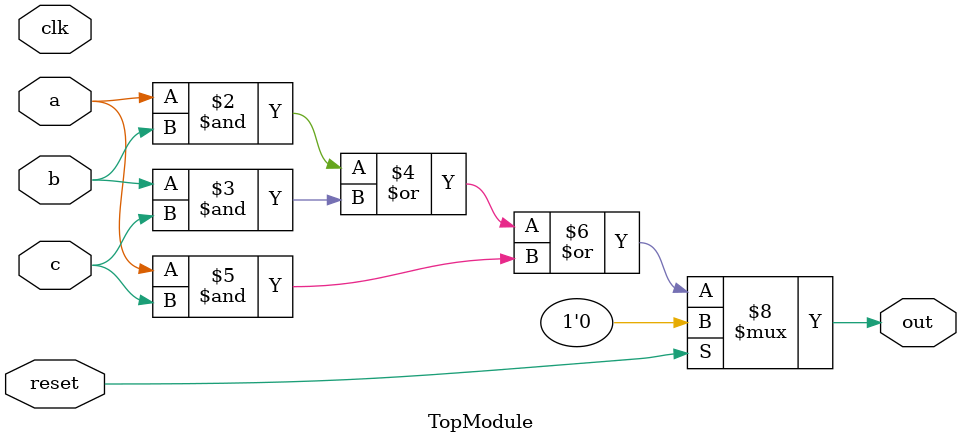
<source format=sv>
module TopModule (
    input logic clk,
    input logic reset,
    input logic a,
    input logic b,
    input logic c,
    output logic out
);

    always @(*) begin
        if (reset) begin
            out = 1'b0;
        end else begin
            out = (a & b) | (b & c) | (a & c); // Example logic from Karnaugh map
        end
    end

endmodule
</source>
